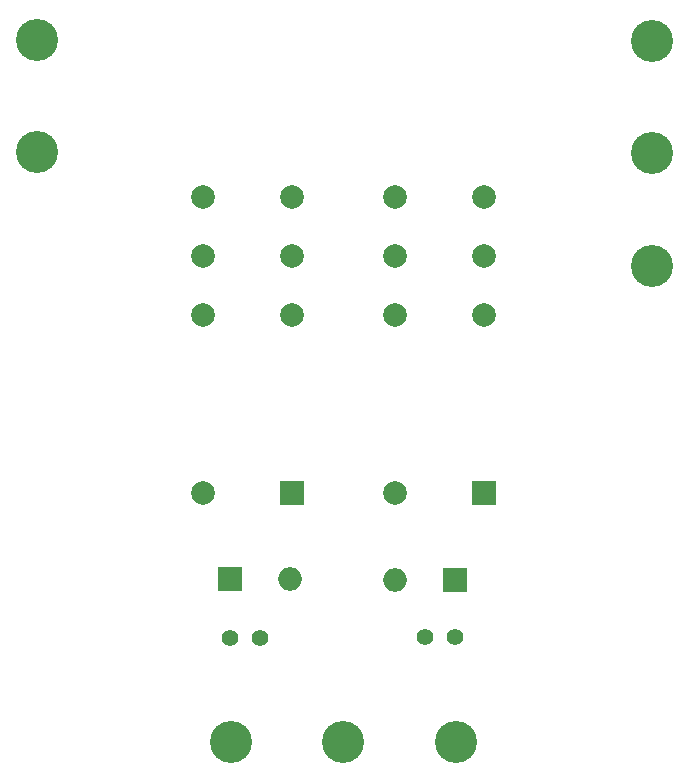
<source format=gbr>
%TF.GenerationSoftware,KiCad,Pcbnew,7.0.7+dfsg-1*%
%TF.CreationDate,2023-09-26T20:47:18-04:00*%
%TF.ProjectId,Relaybox,52656c61-7962-46f7-982e-6b696361645f,v1*%
%TF.SameCoordinates,Original*%
%TF.FileFunction,Soldermask,Top*%
%TF.FilePolarity,Negative*%
%FSLAX46Y46*%
G04 Gerber Fmt 4.6, Leading zero omitted, Abs format (unit mm)*
G04 Created by KiCad (PCBNEW 7.0.7+dfsg-1) date 2023-09-26 20:47:18*
%MOMM*%
%LPD*%
G01*
G04 APERTURE LIST*
%ADD10C,1.400000*%
%ADD11C,3.556000*%
%ADD12R,2.000000X2.000000*%
%ADD13C,2.000000*%
%ADD14O,2.000000X2.000000*%
G04 APERTURE END LIST*
D10*
%TO.C,C2*%
X123700000Y-121050000D03*
X126200000Y-121050000D03*
%TD*%
D11*
%TO.C,J3*%
X142900000Y-89600000D03*
X142900000Y-80075000D03*
X142900000Y-70550000D03*
%TD*%
%TO.C,J2*%
X90845000Y-79972000D03*
X90845000Y-70447000D03*
%TD*%
D12*
%TO.C,K2*%
X128650000Y-108800000D03*
D13*
X128650000Y-93800000D03*
X121150000Y-93800000D03*
X128650000Y-88800000D03*
X121150000Y-88800000D03*
X128650000Y-83800000D03*
X121150000Y-83800000D03*
X121150000Y-108800000D03*
%TD*%
D11*
%TO.C,J1*%
X107200000Y-129950000D03*
X116725000Y-129950000D03*
X126250000Y-129950000D03*
%TD*%
D12*
%TO.C,D1*%
X107160000Y-116100000D03*
D14*
X112240000Y-116100000D03*
%TD*%
D10*
%TO.C,C1*%
X109650000Y-121100000D03*
X107150000Y-121100000D03*
%TD*%
D12*
%TO.C,D2*%
X126240000Y-116200000D03*
D14*
X121160000Y-116200000D03*
%TD*%
D12*
%TO.C,K1*%
X112400000Y-108800000D03*
D13*
X112400000Y-93800000D03*
X104900000Y-93800000D03*
X112400000Y-88800000D03*
X104900000Y-88800000D03*
X112400000Y-83800000D03*
X104900000Y-83800000D03*
X104900000Y-108800000D03*
%TD*%
M02*

</source>
